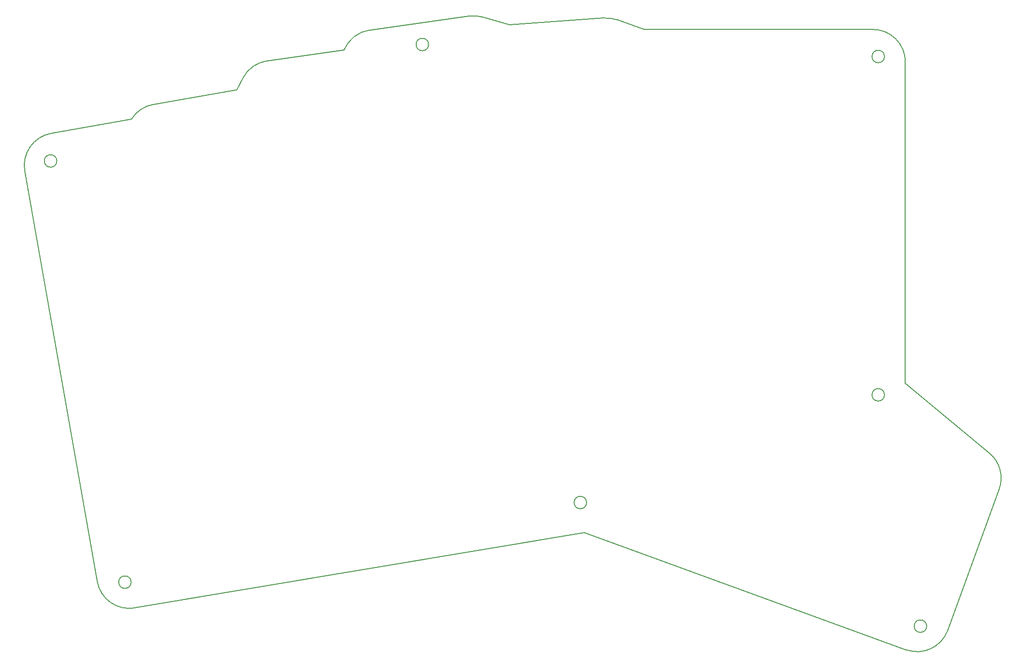
<source format=gbr>
%TF.GenerationSoftware,KiCad,Pcbnew,8.0.2*%
%TF.CreationDate,2024-05-17T16:06:01-05:00*%
%TF.ProjectId,janus,6a616e75-732e-46b6-9963-61645f706362,v1.0.0*%
%TF.SameCoordinates,Original*%
%TF.FileFunction,Profile,NP*%
%FSLAX46Y46*%
G04 Gerber Fmt 4.6, Leading zero omitted, Abs format (unit mm)*
G04 Created by KiCad (PCBNEW 8.0.2) date 2024-05-17 16:06:01*
%MOMM*%
%LPD*%
G01*
G04 APERTURE LIST*
%TA.AperFunction,Profile*%
%ADD10C,0.150000*%
%TD*%
G04 APERTURE END LIST*
D10*
X148525037Y-112253582D02*
G75*
G02*
X152581941Y-109507365I5098863J-3162718D01*
G01*
X169130701Y-104566099D02*
G75*
G02*
X173583131Y-101460450I5287499J-2836001D01*
G01*
X167932141Y-106800732D02*
X169130693Y-104566095D01*
X308595049Y-180580317D02*
X299103984Y-206656794D01*
X128858529Y-121813874D02*
G75*
G02*
X133725485Y-114863136I5908871J1041874D01*
G01*
X287439351Y-163160023D02*
G75*
G02*
X285139351Y-163160023I-1150000J0D01*
G01*
X285139351Y-163160023D02*
G75*
G02*
X287439351Y-163160023I1150000J0D01*
G01*
X232053215Y-188637366D02*
X149128974Y-202519838D01*
X238148623Y-93897485D02*
X243079480Y-95660028D01*
X291289350Y-160977249D02*
X306801101Y-173921465D01*
X133725487Y-114863147D02*
X148525037Y-112253580D01*
X210795794Y-93201046D02*
G75*
G02*
X213251374Y-93365654I835006J-5941754D01*
G01*
X152581946Y-109507391D02*
X167932141Y-106800732D01*
X148477132Y-197760642D02*
G75*
G02*
X146177132Y-197760642I-1150000J0D01*
G01*
X146177132Y-197760642D02*
G75*
G02*
X148477132Y-197760642I1150000J0D01*
G01*
X134758916Y-119960821D02*
G75*
G02*
X132458916Y-119960821I-1150000J0D01*
G01*
X132458916Y-119960821D02*
G75*
G02*
X134758916Y-119960821I1150000J0D01*
G01*
X232489027Y-183056517D02*
G75*
G02*
X230189027Y-183056517I-1150000J0D01*
G01*
X230189027Y-183056517D02*
G75*
G02*
X232489027Y-183056517I1150000J0D01*
G01*
X291289352Y-101660033D02*
X291289350Y-160977249D01*
X218293172Y-94779941D02*
X235710517Y-93561997D01*
X142229444Y-197644069D02*
X128858529Y-121813874D01*
X295213507Y-205886364D02*
G75*
G02*
X292913507Y-205886364I-1150000J0D01*
G01*
X292913507Y-205886364D02*
G75*
G02*
X295213507Y-205886364I1150000J0D01*
G01*
X287439344Y-100660034D02*
G75*
G02*
X285139344Y-100660034I-1150000J0D01*
G01*
X285139344Y-100660034D02*
G75*
G02*
X287439344Y-100660034I1150000J0D01*
G01*
X149128974Y-202519838D02*
G75*
G02*
X142229460Y-197644066I-990674J5917638D01*
G01*
X306801096Y-173921461D02*
G75*
G02*
X308595047Y-180580316I-3844196J-4606739D01*
G01*
X213251376Y-93365648D02*
X218293172Y-94779941D01*
X187747774Y-99469712D02*
G75*
G02*
X192475836Y-95775773I5563026J-2247588D01*
G01*
X192475833Y-95775750D02*
X210795794Y-93201046D01*
X235710516Y-93561999D02*
G75*
G02*
X238148625Y-93897479I418484J-5985901D01*
G01*
X243079480Y-95660028D02*
X285289350Y-95660027D01*
X173583128Y-101460425D02*
X187747774Y-99469712D01*
X203342508Y-98449463D02*
G75*
G02*
X201042508Y-98449463I-1150000J0D01*
G01*
X201042508Y-98449463D02*
G75*
G02*
X203342508Y-98449463I1150000J0D01*
G01*
X285289350Y-95660027D02*
G75*
G02*
X291289373Y-101660033I-50J-6000073D01*
G01*
X291413713Y-210242803D02*
X232053215Y-188637366D01*
X299103984Y-206656794D02*
G75*
G02*
X291413730Y-210242756I-5638084J2052094D01*
G01*
M02*

</source>
